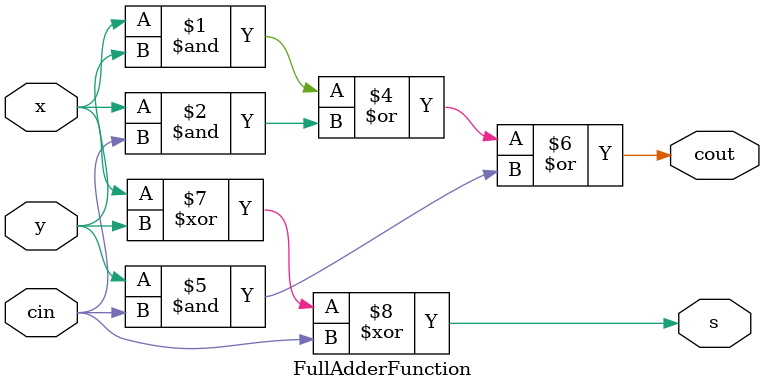
<source format=v>
module FullAdderFunction(x, y, cin, cout, s);

  input x, y, cin;
  output cout, s;

  assign cout = (x & y) | | (x & cin) | (y & cin);
  assign s = x ^ y^ cin;

endmodule

</source>
